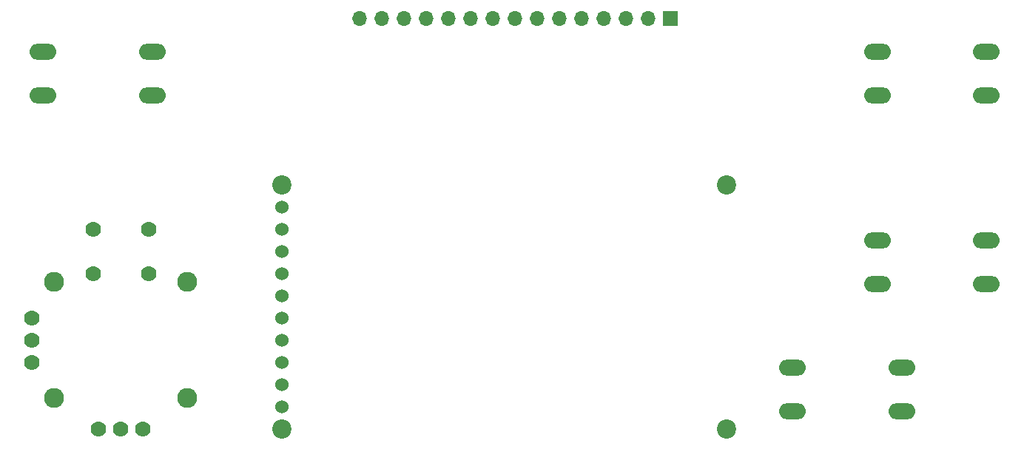
<source format=gbs>
%TF.GenerationSoftware,KiCad,Pcbnew,(5.1.9)-1*%
%TF.CreationDate,2022-04-18T12:46:42-05:00*%
%TF.ProjectId,Controllers,436f6e74-726f-46c6-9c65-72732e6b6963,rev?*%
%TF.SameCoordinates,Original*%
%TF.FileFunction,Soldermask,Bot*%
%TF.FilePolarity,Negative*%
%FSLAX46Y46*%
G04 Gerber Fmt 4.6, Leading zero omitted, Abs format (unit mm)*
G04 Created by KiCad (PCBNEW (5.1.9)-1) date 2022-04-18 12:46:42*
%MOMM*%
%LPD*%
G01*
G04 APERTURE LIST*
%ADD10C,1.778000*%
%ADD11C,2.286000*%
%ADD12R,1.700000X1.700000*%
%ADD13O,1.700000X1.700000*%
%ADD14C,2.200000*%
%ADD15C,1.524000*%
%ADD16O,3.048000X1.850000*%
G04 APERTURE END LIST*
D10*
%TO.C,U1*%
X19050000Y-64135000D03*
X19050000Y-61595000D03*
X19050000Y-59055000D03*
D11*
X36830000Y-54927500D03*
X36830000Y-68262500D03*
X21590000Y-68262500D03*
X21590000Y-54927500D03*
D10*
X31750000Y-71755000D03*
X29210000Y-71755000D03*
X26670000Y-71755000D03*
X32385000Y-53975000D03*
X26035000Y-53975000D03*
X32385000Y-48895000D03*
X26035000Y-48895000D03*
%TD*%
D12*
%TO.C,J1*%
X92075000Y-24765000D03*
D13*
X89535000Y-24765000D03*
X86995000Y-24765000D03*
X84455000Y-24765000D03*
X81915000Y-24765000D03*
X79375000Y-24765000D03*
X76835000Y-24765000D03*
X74295000Y-24765000D03*
X71755000Y-24765000D03*
X69215000Y-24765000D03*
X66675000Y-24765000D03*
X64135000Y-24765000D03*
X61595000Y-24765000D03*
X59055000Y-24765000D03*
X56515000Y-24765000D03*
%TD*%
D14*
%TO.C,LCD1*%
X47625000Y-43815000D03*
X47625000Y-71755000D03*
D15*
X47625000Y-69215000D03*
X47625000Y-66675000D03*
X47625000Y-64135000D03*
X47625000Y-61595000D03*
X47625000Y-59055000D03*
X47625000Y-56515000D03*
X47625000Y-53975000D03*
X47625000Y-51435000D03*
X47625000Y-48895000D03*
X47625000Y-46355000D03*
D14*
X98495000Y-71755000D03*
X98495000Y-43815000D03*
%TD*%
D16*
%TO.C,SW1*%
X118545000Y-64770000D03*
X118545000Y-69770000D03*
X106045000Y-64770000D03*
X106045000Y-69770000D03*
%TD*%
%TO.C,SW2*%
X20320000Y-33575000D03*
X20320000Y-28575000D03*
X32820000Y-33575000D03*
X32820000Y-28575000D03*
%TD*%
%TO.C,SW3*%
X115770000Y-55165000D03*
X115770000Y-50165000D03*
X128270000Y-55165000D03*
X128270000Y-50165000D03*
%TD*%
%TO.C,SW4*%
X115770000Y-33575000D03*
X115770000Y-28575000D03*
X128270000Y-33575000D03*
X128270000Y-28575000D03*
%TD*%
M02*

</source>
